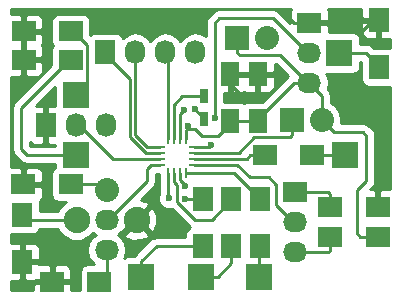
<source format=gtl>
%TF.GenerationSoftware,KiCad,Pcbnew,4.0.4+e1-6308~48~ubuntu16.04.1-stable*%
%TF.CreationDate,2016-10-27T02:57:42-07:00*%
%TF.ProjectId,CY8CMBR2044,435938434D4252323034342E6B696361,rev?*%
%TF.FileFunction,Copper,L1,Top,Signal*%
%FSLAX46Y46*%
G04 Gerber Fmt 4.6, Leading zero omitted, Abs format (unit mm)*
G04 Created by KiCad (PCBNEW 4.0.4+e1-6308~48~ubuntu16.04.1-stable) date Thu Oct 27 02:57:42 2016*
%MOMM*%
%LPD*%
G01*
G04 APERTURE LIST*
%ADD10C,0.100000*%
%ADD11R,1.600000X2.000000*%
%ADD12R,0.750000X1.200000*%
%ADD13R,2.032000X2.032000*%
%ADD14O,2.032000X2.032000*%
%ADD15R,2.235200X2.235200*%
%ADD16R,2.032000X1.727200*%
%ADD17O,2.032000X1.727200*%
%ADD18C,2.235200*%
%ADD19C,2.032000*%
%ADD20R,1.727200X2.032000*%
%ADD21O,1.727200X2.032000*%
%ADD22R,1.700000X2.000000*%
%ADD23R,2.000000X1.700000*%
%ADD24O,0.950000X0.250000*%
%ADD25O,0.250000X0.950000*%
%ADD26C,0.600000*%
%ADD27C,0.250000*%
%ADD28C,0.254000*%
G04 APERTURE END LIST*
D10*
D11*
X152332400Y-101979400D03*
X152332400Y-97979400D03*
X150032400Y-101979400D03*
X150032400Y-97979400D03*
D12*
X147828000Y-99872800D03*
X147828000Y-101772800D03*
D13*
X150622000Y-94894400D03*
D14*
X153162000Y-94894400D03*
D15*
X159258000Y-96189800D03*
D16*
X156718000Y-93649800D03*
D17*
X156718000Y-96189800D03*
X156718000Y-98729800D03*
D15*
X159766000Y-104838500D03*
X152463500Y-115189000D03*
X147574000Y-115189000D03*
X142494000Y-115189000D03*
D18*
X142087600Y-110324900D03*
D19*
X139547600Y-107784900D03*
D17*
X139547600Y-110324900D03*
X139547600Y-112864900D03*
D18*
X137007600Y-110324900D03*
D20*
X139446000Y-96139000D03*
D21*
X141986000Y-96139000D03*
X144526000Y-96139000D03*
X147066000Y-96139000D03*
D15*
X136931400Y-99758500D03*
D20*
X134391400Y-102298500D03*
D21*
X136931400Y-102298500D03*
X139471400Y-102298500D03*
D15*
X136931400Y-104838500D03*
D16*
X155498800Y-107937300D03*
D17*
X155498800Y-110477300D03*
X155498800Y-113017300D03*
D22*
X162610800Y-97409000D03*
X162610800Y-93409000D03*
D23*
X152972000Y-104838500D03*
X156972000Y-104838500D03*
D22*
X152527000Y-108521500D03*
X152527000Y-112521500D03*
X150114000Y-108521500D03*
X150114000Y-112521500D03*
X147701000Y-108521500D03*
X147701000Y-112521500D03*
D23*
X136499600Y-107315000D03*
X132499600Y-107315000D03*
X138938000Y-115570000D03*
X134938000Y-115570000D03*
D22*
X132410200Y-109880400D03*
X132410200Y-113880400D03*
D23*
X136525000Y-94361000D03*
X132525000Y-94361000D03*
X136525000Y-96748600D03*
X132525000Y-96748600D03*
X162496000Y-111760000D03*
X158496000Y-111760000D03*
X158496000Y-109220000D03*
X162496000Y-109220000D03*
D13*
X155244800Y-101904800D03*
D14*
X157784800Y-101904800D03*
D24*
X144050000Y-104150000D03*
X144050000Y-104650000D03*
X144050000Y-105150000D03*
X144050000Y-105650000D03*
D25*
X144750000Y-106350000D03*
X145250000Y-106350000D03*
X145750000Y-106350000D03*
X146250000Y-106350000D03*
D24*
X146950000Y-105650000D03*
X146950000Y-105150000D03*
X146950000Y-104650000D03*
X146950000Y-104150000D03*
D25*
X146250000Y-103450000D03*
X145750000Y-103450000D03*
X145250000Y-103450000D03*
X144750000Y-103450000D03*
D26*
X146400000Y-102400000D03*
X162750000Y-107225000D03*
X134325000Y-113800000D03*
X161100000Y-94375000D03*
X147000000Y-100950000D03*
X151200000Y-99975000D03*
X146175010Y-107469457D03*
X148703002Y-101700001D03*
X148400000Y-104000000D03*
X146196500Y-108521500D03*
X144850000Y-108500000D03*
X146075000Y-101000000D03*
D27*
X146400000Y-102400000D02*
X146400000Y-102575000D01*
X146400000Y-102575000D02*
X146375000Y-102600000D01*
X146250000Y-103450000D02*
X146250000Y-102725000D01*
X146250000Y-102725000D02*
X146375000Y-102600000D01*
X146375000Y-102600000D02*
X147000000Y-102600000D01*
X147000000Y-102600000D02*
X147629400Y-103229400D01*
X147629400Y-103229400D02*
X148982400Y-103229400D01*
X148982400Y-103229400D02*
X150032400Y-102179400D01*
X150032400Y-102179400D02*
X150032400Y-101979400D01*
X157784800Y-101904800D02*
X158800799Y-102920799D01*
X158800799Y-102920799D02*
X161250078Y-102920799D01*
X161533145Y-103203866D02*
X161533145Y-106995557D01*
X161250078Y-102920799D02*
X161533145Y-103203866D01*
X161533145Y-106995557D02*
X160713617Y-107815085D01*
X160713617Y-107815085D02*
X160713617Y-111453784D01*
X160713617Y-111453784D02*
X161019833Y-111760000D01*
X161019833Y-111760000D02*
X162496000Y-111760000D01*
X157784800Y-101904800D02*
X157784800Y-99796600D01*
X157784800Y-99796600D02*
X156718000Y-98729800D01*
X150861600Y-96400000D02*
X154235800Y-96400000D01*
X154235800Y-96400000D02*
X156565600Y-98729800D01*
X150622000Y-94894400D02*
X150622000Y-96160400D01*
X150622000Y-96160400D02*
X150861600Y-96400000D01*
X156565600Y-98729800D02*
X156718000Y-98729800D01*
X156718000Y-98729800D02*
X155382000Y-98729800D01*
X155382000Y-98729800D02*
X152332400Y-101779400D01*
X152332400Y-101779400D02*
X152332400Y-101979400D01*
X150032400Y-101979400D02*
X152332400Y-101979400D01*
X162496000Y-109220000D02*
X162496000Y-107479000D01*
X162496000Y-107479000D02*
X162750000Y-107225000D01*
X132410200Y-113880400D02*
X134244600Y-113880400D01*
X134244600Y-113880400D02*
X134325000Y-113800000D01*
X162610800Y-93409000D02*
X162066000Y-93409000D01*
X162066000Y-93409000D02*
X161100000Y-94375000D01*
X147828000Y-101772800D02*
X147822800Y-101772800D01*
X147822800Y-101772800D02*
X147000000Y-100950000D01*
X150032400Y-97979400D02*
X150032400Y-98807400D01*
X150032400Y-98807400D02*
X151200000Y-99975000D01*
X154700000Y-92897800D02*
X154700000Y-92725000D01*
X156718000Y-93649800D02*
X155452000Y-93649800D01*
X155452000Y-93649800D02*
X154700000Y-92897800D01*
X145750000Y-106350000D02*
X145750000Y-106913590D01*
X146175010Y-107338600D02*
X146175010Y-107469457D01*
X145750000Y-106913590D02*
X146175010Y-107338600D01*
X147828000Y-99872800D02*
X145952200Y-99872800D01*
X145952200Y-99872800D02*
X145250000Y-100575000D01*
X145250000Y-100575000D02*
X145250000Y-102725000D01*
X145250000Y-102725000D02*
X145250000Y-103450000D01*
X146950000Y-104650000D02*
X150725498Y-104650000D01*
X150725498Y-104650000D02*
X152071097Y-103304401D01*
X152071097Y-103304401D02*
X155111199Y-103304401D01*
X155111199Y-103304401D02*
X155244800Y-103170800D01*
X155244800Y-103170800D02*
X155244800Y-101904800D01*
X159258000Y-96189800D02*
X161391600Y-96189800D01*
X161391600Y-96189800D02*
X161422400Y-96159000D01*
X161422400Y-96159000D02*
X161510800Y-96159000D01*
X161510800Y-96159000D02*
X162610800Y-97259000D01*
X162610800Y-97259000D02*
X162610800Y-97409000D01*
X148703002Y-101700001D02*
X148703002Y-101275737D01*
X148703002Y-101275737D02*
X148699351Y-101272086D01*
X148699351Y-101272086D02*
X148699351Y-93649777D01*
X146950000Y-104150000D02*
X148250000Y-104150000D01*
X148250000Y-104150000D02*
X148400000Y-104000000D01*
X146950000Y-104150000D02*
X147300000Y-104150000D01*
X153626799Y-93250999D02*
X156565600Y-96189800D01*
X149098129Y-93250999D02*
X153626799Y-93250999D01*
X148699351Y-93649777D02*
X149098129Y-93250999D01*
X156565600Y-96189800D02*
X156718000Y-96189800D01*
X159766000Y-104838500D02*
X158398400Y-104838500D01*
X158398400Y-104838500D02*
X156972000Y-104838500D01*
X152463500Y-115189000D02*
X152463500Y-112585000D01*
X152463500Y-112585000D02*
X152527000Y-112521500D01*
X147574000Y-115189000D02*
X148941600Y-115189000D01*
X148941600Y-115189000D02*
X150114000Y-114016600D01*
X150114000Y-114016600D02*
X150114000Y-113771500D01*
X150114000Y-113771500D02*
X150114000Y-112521500D01*
X147701000Y-112521500D02*
X143793900Y-112521500D01*
X143793900Y-112521500D02*
X142494000Y-113821400D01*
X142494000Y-113821400D02*
X142494000Y-115189000D01*
X144050000Y-105650000D02*
X143325000Y-105650000D01*
X142975000Y-107049900D02*
X139700000Y-110324900D01*
X139700000Y-110324900D02*
X139547600Y-110324900D01*
X143325000Y-105650000D02*
X142975000Y-106000000D01*
X142975000Y-106000000D02*
X142975000Y-107049900D01*
X139547600Y-112864900D02*
X139547600Y-114960400D01*
X139547600Y-114960400D02*
X138938000Y-115570000D01*
X137007600Y-110324900D02*
X132854700Y-110324900D01*
X132854700Y-110324900D02*
X132410200Y-109880400D01*
X136525000Y-94361000D02*
X136675000Y-94361000D01*
X136675000Y-94361000D02*
X137850001Y-95536001D01*
X137850001Y-95536001D02*
X137850001Y-98839899D01*
X137850001Y-98839899D02*
X136931400Y-99758500D01*
X137213102Y-102300000D02*
X136932900Y-102300000D01*
X136932900Y-102300000D02*
X136931400Y-102298500D01*
X144050000Y-105150000D02*
X140063102Y-105150000D01*
X140063102Y-105150000D02*
X137213102Y-102300000D01*
X132300000Y-104350000D02*
X132788500Y-104838500D01*
X132788500Y-104838500D02*
X136931400Y-104838500D01*
X132300000Y-100823600D02*
X132300000Y-104350000D01*
X136525000Y-96748600D02*
X136375000Y-96748600D01*
X136375000Y-96748600D02*
X132300000Y-100823600D01*
X155498800Y-107937300D02*
X158313300Y-107937300D01*
X158313300Y-107937300D02*
X158496000Y-108120000D01*
X158496000Y-108120000D02*
X158496000Y-109220000D01*
X146950000Y-105650000D02*
X150599121Y-105650000D01*
X150599121Y-105650000D02*
X151666039Y-106716918D01*
X151666039Y-106716918D02*
X153305093Y-106716918D01*
X155346400Y-110477300D02*
X155498800Y-110477300D01*
X153305093Y-106716918D02*
X153927934Y-107339759D01*
X153927934Y-107339759D02*
X153927934Y-109058834D01*
X153927934Y-109058834D02*
X155346400Y-110477300D01*
X155498800Y-113017300D02*
X158338700Y-113017300D01*
X158338700Y-113017300D02*
X158496000Y-112860000D01*
X158496000Y-112860000D02*
X158496000Y-111760000D01*
X152972000Y-104838500D02*
X151722000Y-104838500D01*
X151722000Y-104838500D02*
X151410500Y-105150000D01*
X151410500Y-105150000D02*
X147675000Y-105150000D01*
X147675000Y-105150000D02*
X146950000Y-105150000D01*
X146250000Y-106350000D02*
X150355500Y-106350000D01*
X150355500Y-106350000D02*
X152527000Y-108521500D01*
X147044498Y-110300000D02*
X148485500Y-110300000D01*
X148485500Y-110300000D02*
X150114000Y-108671500D01*
X150114000Y-108671500D02*
X150114000Y-108521500D01*
X145550000Y-107375000D02*
X145550000Y-108805502D01*
X145550000Y-108805502D02*
X147044498Y-110300000D01*
X145250000Y-106350000D02*
X145250000Y-107075000D01*
X145250000Y-107075000D02*
X145550000Y-107375000D01*
X144750000Y-107075000D02*
X144750000Y-108400000D01*
X144750000Y-108400000D02*
X144850000Y-108500000D01*
X146196500Y-108521500D02*
X146601000Y-108521500D01*
X144750000Y-106350000D02*
X144750000Y-107075000D01*
X146601000Y-108521500D02*
X147701000Y-108521500D01*
X136499600Y-107315000D02*
X139077700Y-107315000D01*
X139077700Y-107315000D02*
X139547600Y-107784900D01*
X141535989Y-98381389D02*
X139446000Y-96291400D01*
X139446000Y-96291400D02*
X139446000Y-96139000D01*
X144050000Y-104650000D02*
X142863590Y-104650000D01*
X142863590Y-104650000D02*
X141535989Y-103322400D01*
X141535989Y-103322400D02*
X141535989Y-98381389D01*
X141986000Y-103136000D02*
X141986000Y-96139000D01*
X143000000Y-104150000D02*
X141986000Y-103136000D01*
X144050000Y-104150000D02*
X143000000Y-104150000D01*
X144750000Y-103450000D02*
X144750000Y-96363000D01*
X144750000Y-96363000D02*
X144526000Y-96139000D01*
X145750000Y-103450000D02*
X145750000Y-101325000D01*
X145750000Y-101325000D02*
X146075000Y-101000000D01*
D28*
G36*
X135520952Y-111316371D02*
X136013536Y-111809815D01*
X136657457Y-112077195D01*
X137354684Y-112077803D01*
X137999071Y-111811548D01*
X138377232Y-111434046D01*
X138617966Y-111594900D01*
X138303185Y-111805230D01*
X137978329Y-112291411D01*
X137864255Y-112864900D01*
X137978329Y-113438389D01*
X138303185Y-113924570D01*
X138524668Y-114072560D01*
X137938000Y-114072560D01*
X137702683Y-114116838D01*
X137486559Y-114255910D01*
X137341569Y-114468110D01*
X137290560Y-114720000D01*
X137290560Y-116290000D01*
X136573000Y-116290000D01*
X136573000Y-115855750D01*
X136414250Y-115697000D01*
X135065000Y-115697000D01*
X135065000Y-115717000D01*
X134811000Y-115717000D01*
X134811000Y-115697000D01*
X133461750Y-115697000D01*
X133303000Y-115855750D01*
X133303000Y-116290000D01*
X131460000Y-116290000D01*
X131460000Y-115515400D01*
X132124450Y-115515400D01*
X132283200Y-115356650D01*
X132283200Y-114007400D01*
X132537200Y-114007400D01*
X132537200Y-115356650D01*
X132695950Y-115515400D01*
X133386510Y-115515400D01*
X133561299Y-115443000D01*
X134811000Y-115443000D01*
X134811000Y-114243750D01*
X135065000Y-114243750D01*
X135065000Y-115443000D01*
X136414250Y-115443000D01*
X136573000Y-115284250D01*
X136573000Y-114593690D01*
X136476327Y-114360301D01*
X136297698Y-114181673D01*
X136064309Y-114085000D01*
X135223750Y-114085000D01*
X135065000Y-114243750D01*
X134811000Y-114243750D01*
X134652250Y-114085000D01*
X133814050Y-114085000D01*
X133736450Y-114007400D01*
X132537200Y-114007400D01*
X132283200Y-114007400D01*
X132263200Y-114007400D01*
X132263200Y-113753400D01*
X132283200Y-113753400D01*
X132283200Y-112404150D01*
X132537200Y-112404150D01*
X132537200Y-113753400D01*
X133736450Y-113753400D01*
X133895200Y-113594650D01*
X133895200Y-112754091D01*
X133798527Y-112520702D01*
X133619899Y-112342073D01*
X133386510Y-112245400D01*
X132695950Y-112245400D01*
X132537200Y-112404150D01*
X132283200Y-112404150D01*
X132124450Y-112245400D01*
X131460000Y-112245400D01*
X131460000Y-111507549D01*
X131560200Y-111527840D01*
X133260200Y-111527840D01*
X133495517Y-111483562D01*
X133711641Y-111344490D01*
X133856631Y-111132290D01*
X133866228Y-111084900D01*
X135425310Y-111084900D01*
X135520952Y-111316371D01*
X135520952Y-111316371D01*
G37*
X135520952Y-111316371D02*
X136013536Y-111809815D01*
X136657457Y-112077195D01*
X137354684Y-112077803D01*
X137999071Y-111811548D01*
X138377232Y-111434046D01*
X138617966Y-111594900D01*
X138303185Y-111805230D01*
X137978329Y-112291411D01*
X137864255Y-112864900D01*
X137978329Y-113438389D01*
X138303185Y-113924570D01*
X138524668Y-114072560D01*
X137938000Y-114072560D01*
X137702683Y-114116838D01*
X137486559Y-114255910D01*
X137341569Y-114468110D01*
X137290560Y-114720000D01*
X137290560Y-116290000D01*
X136573000Y-116290000D01*
X136573000Y-115855750D01*
X136414250Y-115697000D01*
X135065000Y-115697000D01*
X135065000Y-115717000D01*
X134811000Y-115717000D01*
X134811000Y-115697000D01*
X133461750Y-115697000D01*
X133303000Y-115855750D01*
X133303000Y-116290000D01*
X131460000Y-116290000D01*
X131460000Y-115515400D01*
X132124450Y-115515400D01*
X132283200Y-115356650D01*
X132283200Y-114007400D01*
X132537200Y-114007400D01*
X132537200Y-115356650D01*
X132695950Y-115515400D01*
X133386510Y-115515400D01*
X133561299Y-115443000D01*
X134811000Y-115443000D01*
X134811000Y-114243750D01*
X135065000Y-114243750D01*
X135065000Y-115443000D01*
X136414250Y-115443000D01*
X136573000Y-115284250D01*
X136573000Y-114593690D01*
X136476327Y-114360301D01*
X136297698Y-114181673D01*
X136064309Y-114085000D01*
X135223750Y-114085000D01*
X135065000Y-114243750D01*
X134811000Y-114243750D01*
X134652250Y-114085000D01*
X133814050Y-114085000D01*
X133736450Y-114007400D01*
X132537200Y-114007400D01*
X132283200Y-114007400D01*
X132263200Y-114007400D01*
X132263200Y-113753400D01*
X132283200Y-113753400D01*
X132283200Y-112404150D01*
X132537200Y-112404150D01*
X132537200Y-113753400D01*
X133736450Y-113753400D01*
X133895200Y-113594650D01*
X133895200Y-112754091D01*
X133798527Y-112520702D01*
X133619899Y-112342073D01*
X133386510Y-112245400D01*
X132695950Y-112245400D01*
X132537200Y-112404150D01*
X132283200Y-112404150D01*
X132124450Y-112245400D01*
X131460000Y-112245400D01*
X131460000Y-111507549D01*
X131560200Y-111527840D01*
X133260200Y-111527840D01*
X133495517Y-111483562D01*
X133711641Y-111344490D01*
X133856631Y-111132290D01*
X133866228Y-111084900D01*
X135425310Y-111084900D01*
X135520952Y-111316371D01*
G36*
X143990000Y-108132972D02*
X143915162Y-108313201D01*
X143914838Y-108685167D01*
X144056883Y-109028943D01*
X144319673Y-109292192D01*
X144663201Y-109434838D01*
X145035167Y-109435162D01*
X145084482Y-109414786D01*
X146507097Y-110837401D01*
X146625471Y-110916496D01*
X146615683Y-110918338D01*
X146399559Y-111057410D01*
X146254569Y-111269610D01*
X146203560Y-111521500D01*
X146203560Y-111761500D01*
X143793900Y-111761500D01*
X143503060Y-111819352D01*
X143256499Y-111984099D01*
X141956599Y-113283999D01*
X141863080Y-113423960D01*
X141376400Y-113423960D01*
X141141083Y-113468238D01*
X141063621Y-113518084D01*
X141116871Y-113438389D01*
X141230945Y-112864900D01*
X141116871Y-112291411D01*
X140792015Y-111805230D01*
X140477234Y-111594900D01*
X140525731Y-111562495D01*
X141029610Y-111562495D01*
X141142668Y-111841554D01*
X141794994Y-112087715D01*
X142491867Y-112065504D01*
X143032532Y-111841554D01*
X143145590Y-111562495D01*
X142087600Y-110504505D01*
X141029610Y-111562495D01*
X140525731Y-111562495D01*
X140792015Y-111384570D01*
X140805252Y-111364759D01*
X140850005Y-111382890D01*
X141907995Y-110324900D01*
X142267205Y-110324900D01*
X143325195Y-111382890D01*
X143604254Y-111269832D01*
X143850415Y-110617506D01*
X143828204Y-109920633D01*
X143604254Y-109379968D01*
X143325195Y-109266910D01*
X142267205Y-110324900D01*
X141907995Y-110324900D01*
X141893853Y-110310758D01*
X142073458Y-110131153D01*
X142087600Y-110145295D01*
X143145590Y-109087305D01*
X143032532Y-108808246D01*
X142494491Y-108605211D01*
X143512401Y-107587301D01*
X143677148Y-107340740D01*
X143688000Y-107286183D01*
X143735000Y-107049900D01*
X143735000Y-106410000D01*
X143990000Y-106410000D01*
X143990000Y-108132972D01*
X143990000Y-108132972D01*
G37*
X143990000Y-108132972D02*
X143915162Y-108313201D01*
X143914838Y-108685167D01*
X144056883Y-109028943D01*
X144319673Y-109292192D01*
X144663201Y-109434838D01*
X145035167Y-109435162D01*
X145084482Y-109414786D01*
X146507097Y-110837401D01*
X146625471Y-110916496D01*
X146615683Y-110918338D01*
X146399559Y-111057410D01*
X146254569Y-111269610D01*
X146203560Y-111521500D01*
X146203560Y-111761500D01*
X143793900Y-111761500D01*
X143503060Y-111819352D01*
X143256499Y-111984099D01*
X141956599Y-113283999D01*
X141863080Y-113423960D01*
X141376400Y-113423960D01*
X141141083Y-113468238D01*
X141063621Y-113518084D01*
X141116871Y-113438389D01*
X141230945Y-112864900D01*
X141116871Y-112291411D01*
X140792015Y-111805230D01*
X140477234Y-111594900D01*
X140525731Y-111562495D01*
X141029610Y-111562495D01*
X141142668Y-111841554D01*
X141794994Y-112087715D01*
X142491867Y-112065504D01*
X143032532Y-111841554D01*
X143145590Y-111562495D01*
X142087600Y-110504505D01*
X141029610Y-111562495D01*
X140525731Y-111562495D01*
X140792015Y-111384570D01*
X140805252Y-111364759D01*
X140850005Y-111382890D01*
X141907995Y-110324900D01*
X142267205Y-110324900D01*
X143325195Y-111382890D01*
X143604254Y-111269832D01*
X143850415Y-110617506D01*
X143828204Y-109920633D01*
X143604254Y-109379968D01*
X143325195Y-109266910D01*
X142267205Y-110324900D01*
X141907995Y-110324900D01*
X141893853Y-110310758D01*
X142073458Y-110131153D01*
X142087600Y-110145295D01*
X143145590Y-109087305D01*
X143032532Y-108808246D01*
X142494491Y-108605211D01*
X143512401Y-107587301D01*
X143677148Y-107340740D01*
X143688000Y-107286183D01*
X143735000Y-107049900D01*
X143735000Y-106410000D01*
X143990000Y-106410000D01*
X143990000Y-108132972D01*
G36*
X155067000Y-92659890D02*
X155067000Y-93364050D01*
X155225748Y-93522798D01*
X155067000Y-93522798D01*
X155067000Y-93616398D01*
X154164200Y-92713598D01*
X153917638Y-92548851D01*
X153626799Y-92490999D01*
X149098129Y-92490999D01*
X148807289Y-92548851D01*
X148560728Y-92713598D01*
X148161950Y-93112376D01*
X147997203Y-93358938D01*
X147939351Y-93649777D01*
X147939351Y-94770091D01*
X147639489Y-94569729D01*
X147066000Y-94455655D01*
X146492511Y-94569729D01*
X146006330Y-94894585D01*
X145796000Y-95209366D01*
X145585670Y-94894585D01*
X145099489Y-94569729D01*
X144526000Y-94455655D01*
X143952511Y-94569729D01*
X143466330Y-94894585D01*
X143256000Y-95209366D01*
X143045670Y-94894585D01*
X142559489Y-94569729D01*
X141986000Y-94455655D01*
X141412511Y-94569729D01*
X140926330Y-94894585D01*
X140916757Y-94908913D01*
X140912762Y-94887683D01*
X140773690Y-94671559D01*
X140561490Y-94526569D01*
X140309600Y-94475560D01*
X138582400Y-94475560D01*
X138347083Y-94519838D01*
X138172440Y-94632218D01*
X138172440Y-93511000D01*
X138128162Y-93275683D01*
X137989090Y-93059559D01*
X137776890Y-92914569D01*
X137525000Y-92863560D01*
X135525000Y-92863560D01*
X135289683Y-92907838D01*
X135073559Y-93046910D01*
X134928569Y-93259110D01*
X134877560Y-93511000D01*
X134877560Y-95211000D01*
X134921838Y-95446317D01*
X134991511Y-95554592D01*
X134928569Y-95646710D01*
X134877560Y-95898600D01*
X134877560Y-97171238D01*
X131762599Y-100286199D01*
X131597852Y-100532761D01*
X131540000Y-100823600D01*
X131540000Y-104350000D01*
X131597852Y-104640839D01*
X131762599Y-104887401D01*
X132251099Y-105375901D01*
X132497660Y-105540648D01*
X132788500Y-105598500D01*
X135166360Y-105598500D01*
X135166360Y-105924850D01*
X135048159Y-106000910D01*
X134903169Y-106213110D01*
X134852160Y-106465000D01*
X134852160Y-108165000D01*
X134896438Y-108400317D01*
X135035510Y-108616441D01*
X135247710Y-108761431D01*
X135499600Y-108812440D01*
X136078599Y-108812440D01*
X136016129Y-108838252D01*
X135522685Y-109330836D01*
X135425493Y-109564900D01*
X133907640Y-109564900D01*
X133907640Y-108880400D01*
X133871942Y-108690683D01*
X134037927Y-108524699D01*
X134134600Y-108291310D01*
X134134600Y-107600750D01*
X133975850Y-107442000D01*
X132626600Y-107442000D01*
X132626600Y-107462000D01*
X132372600Y-107462000D01*
X132372600Y-107442000D01*
X132352600Y-107442000D01*
X132352600Y-107188000D01*
X132372600Y-107188000D01*
X132372600Y-105988750D01*
X132626600Y-105988750D01*
X132626600Y-107188000D01*
X133975850Y-107188000D01*
X134134600Y-107029250D01*
X134134600Y-106338690D01*
X134037927Y-106105301D01*
X133859298Y-105926673D01*
X133625909Y-105830000D01*
X132785350Y-105830000D01*
X132626600Y-105988750D01*
X132372600Y-105988750D01*
X132213850Y-105830000D01*
X131460000Y-105830000D01*
X131460000Y-98233600D01*
X132239250Y-98233600D01*
X132398000Y-98074850D01*
X132398000Y-96875600D01*
X132652000Y-96875600D01*
X132652000Y-98074850D01*
X132810750Y-98233600D01*
X133651309Y-98233600D01*
X133884698Y-98136927D01*
X134063327Y-97958299D01*
X134160000Y-97724910D01*
X134160000Y-97034350D01*
X134001250Y-96875600D01*
X132652000Y-96875600D01*
X132398000Y-96875600D01*
X132378000Y-96875600D01*
X132378000Y-96621600D01*
X132398000Y-96621600D01*
X132398000Y-94488000D01*
X132652000Y-94488000D01*
X132652000Y-96621600D01*
X134001250Y-96621600D01*
X134160000Y-96462850D01*
X134160000Y-95772290D01*
X134069913Y-95554800D01*
X134160000Y-95337310D01*
X134160000Y-94646750D01*
X134001250Y-94488000D01*
X132652000Y-94488000D01*
X132398000Y-94488000D01*
X132378000Y-94488000D01*
X132378000Y-94234000D01*
X132398000Y-94234000D01*
X132398000Y-93034750D01*
X132652000Y-93034750D01*
X132652000Y-94234000D01*
X134001250Y-94234000D01*
X134160000Y-94075250D01*
X134160000Y-93384690D01*
X134063327Y-93151301D01*
X133884698Y-92972673D01*
X133651309Y-92876000D01*
X132810750Y-92876000D01*
X132652000Y-93034750D01*
X132398000Y-93034750D01*
X132239250Y-92876000D01*
X131460000Y-92876000D01*
X131460000Y-92460000D01*
X155149797Y-92460000D01*
X155067000Y-92659890D01*
X155067000Y-92659890D01*
G37*
X155067000Y-92659890D02*
X155067000Y-93364050D01*
X155225748Y-93522798D01*
X155067000Y-93522798D01*
X155067000Y-93616398D01*
X154164200Y-92713598D01*
X153917638Y-92548851D01*
X153626799Y-92490999D01*
X149098129Y-92490999D01*
X148807289Y-92548851D01*
X148560728Y-92713598D01*
X148161950Y-93112376D01*
X147997203Y-93358938D01*
X147939351Y-93649777D01*
X147939351Y-94770091D01*
X147639489Y-94569729D01*
X147066000Y-94455655D01*
X146492511Y-94569729D01*
X146006330Y-94894585D01*
X145796000Y-95209366D01*
X145585670Y-94894585D01*
X145099489Y-94569729D01*
X144526000Y-94455655D01*
X143952511Y-94569729D01*
X143466330Y-94894585D01*
X143256000Y-95209366D01*
X143045670Y-94894585D01*
X142559489Y-94569729D01*
X141986000Y-94455655D01*
X141412511Y-94569729D01*
X140926330Y-94894585D01*
X140916757Y-94908913D01*
X140912762Y-94887683D01*
X140773690Y-94671559D01*
X140561490Y-94526569D01*
X140309600Y-94475560D01*
X138582400Y-94475560D01*
X138347083Y-94519838D01*
X138172440Y-94632218D01*
X138172440Y-93511000D01*
X138128162Y-93275683D01*
X137989090Y-93059559D01*
X137776890Y-92914569D01*
X137525000Y-92863560D01*
X135525000Y-92863560D01*
X135289683Y-92907838D01*
X135073559Y-93046910D01*
X134928569Y-93259110D01*
X134877560Y-93511000D01*
X134877560Y-95211000D01*
X134921838Y-95446317D01*
X134991511Y-95554592D01*
X134928569Y-95646710D01*
X134877560Y-95898600D01*
X134877560Y-97171238D01*
X131762599Y-100286199D01*
X131597852Y-100532761D01*
X131540000Y-100823600D01*
X131540000Y-104350000D01*
X131597852Y-104640839D01*
X131762599Y-104887401D01*
X132251099Y-105375901D01*
X132497660Y-105540648D01*
X132788500Y-105598500D01*
X135166360Y-105598500D01*
X135166360Y-105924850D01*
X135048159Y-106000910D01*
X134903169Y-106213110D01*
X134852160Y-106465000D01*
X134852160Y-108165000D01*
X134896438Y-108400317D01*
X135035510Y-108616441D01*
X135247710Y-108761431D01*
X135499600Y-108812440D01*
X136078599Y-108812440D01*
X136016129Y-108838252D01*
X135522685Y-109330836D01*
X135425493Y-109564900D01*
X133907640Y-109564900D01*
X133907640Y-108880400D01*
X133871942Y-108690683D01*
X134037927Y-108524699D01*
X134134600Y-108291310D01*
X134134600Y-107600750D01*
X133975850Y-107442000D01*
X132626600Y-107442000D01*
X132626600Y-107462000D01*
X132372600Y-107462000D01*
X132372600Y-107442000D01*
X132352600Y-107442000D01*
X132352600Y-107188000D01*
X132372600Y-107188000D01*
X132372600Y-105988750D01*
X132626600Y-105988750D01*
X132626600Y-107188000D01*
X133975850Y-107188000D01*
X134134600Y-107029250D01*
X134134600Y-106338690D01*
X134037927Y-106105301D01*
X133859298Y-105926673D01*
X133625909Y-105830000D01*
X132785350Y-105830000D01*
X132626600Y-105988750D01*
X132372600Y-105988750D01*
X132213850Y-105830000D01*
X131460000Y-105830000D01*
X131460000Y-98233600D01*
X132239250Y-98233600D01*
X132398000Y-98074850D01*
X132398000Y-96875600D01*
X132652000Y-96875600D01*
X132652000Y-98074850D01*
X132810750Y-98233600D01*
X133651309Y-98233600D01*
X133884698Y-98136927D01*
X134063327Y-97958299D01*
X134160000Y-97724910D01*
X134160000Y-97034350D01*
X134001250Y-96875600D01*
X132652000Y-96875600D01*
X132398000Y-96875600D01*
X132378000Y-96875600D01*
X132378000Y-96621600D01*
X132398000Y-96621600D01*
X132398000Y-94488000D01*
X132652000Y-94488000D01*
X132652000Y-96621600D01*
X134001250Y-96621600D01*
X134160000Y-96462850D01*
X134160000Y-95772290D01*
X134069913Y-95554800D01*
X134160000Y-95337310D01*
X134160000Y-94646750D01*
X134001250Y-94488000D01*
X132652000Y-94488000D01*
X132398000Y-94488000D01*
X132378000Y-94488000D01*
X132378000Y-94234000D01*
X132398000Y-94234000D01*
X132398000Y-93034750D01*
X132652000Y-93034750D01*
X132652000Y-94234000D01*
X134001250Y-94234000D01*
X134160000Y-94075250D01*
X134160000Y-93384690D01*
X134063327Y-93151301D01*
X133884698Y-92972673D01*
X133651309Y-92876000D01*
X132810750Y-92876000D01*
X132652000Y-93034750D01*
X132398000Y-93034750D01*
X132239250Y-92876000D01*
X131460000Y-92876000D01*
X131460000Y-92460000D01*
X155149797Y-92460000D01*
X155067000Y-92659890D01*
G36*
X161113360Y-98409000D02*
X161157638Y-98644317D01*
X161296710Y-98860441D01*
X161508910Y-99005431D01*
X161760800Y-99056440D01*
X163460800Y-99056440D01*
X163540000Y-99041537D01*
X163540000Y-107735000D01*
X162781750Y-107735000D01*
X162623000Y-107893750D01*
X162623000Y-109093000D01*
X162643000Y-109093000D01*
X162643000Y-109347000D01*
X162623000Y-109347000D01*
X162623000Y-109367000D01*
X162369000Y-109367000D01*
X162369000Y-109347000D01*
X162349000Y-109347000D01*
X162349000Y-109093000D01*
X162369000Y-109093000D01*
X162369000Y-107893750D01*
X162210250Y-107735000D01*
X161868504Y-107735000D01*
X162070546Y-107532958D01*
X162235293Y-107286396D01*
X162293145Y-106995557D01*
X162293145Y-103203866D01*
X162279924Y-103137401D01*
X162235293Y-102913026D01*
X162070546Y-102666465D01*
X161787479Y-102383398D01*
X161540917Y-102218651D01*
X161250078Y-102160799D01*
X159391312Y-102160799D01*
X159435800Y-101937145D01*
X159435800Y-101872455D01*
X159310125Y-101240645D01*
X158952233Y-100705022D01*
X158544800Y-100432784D01*
X158544800Y-99796600D01*
X158486948Y-99505761D01*
X158322201Y-99259199D01*
X158300381Y-99237379D01*
X158401345Y-98729800D01*
X158287271Y-98156311D01*
X158152652Y-97954840D01*
X160375600Y-97954840D01*
X160610917Y-97910562D01*
X160827041Y-97771490D01*
X160972031Y-97559290D01*
X161023040Y-97307400D01*
X161023040Y-96949800D01*
X161113360Y-96949800D01*
X161113360Y-98409000D01*
X161113360Y-98409000D01*
G37*
X161113360Y-98409000D02*
X161157638Y-98644317D01*
X161296710Y-98860441D01*
X161508910Y-99005431D01*
X161760800Y-99056440D01*
X163460800Y-99056440D01*
X163540000Y-99041537D01*
X163540000Y-107735000D01*
X162781750Y-107735000D01*
X162623000Y-107893750D01*
X162623000Y-109093000D01*
X162643000Y-109093000D01*
X162643000Y-109347000D01*
X162623000Y-109347000D01*
X162623000Y-109367000D01*
X162369000Y-109367000D01*
X162369000Y-109347000D01*
X162349000Y-109347000D01*
X162349000Y-109093000D01*
X162369000Y-109093000D01*
X162369000Y-107893750D01*
X162210250Y-107735000D01*
X161868504Y-107735000D01*
X162070546Y-107532958D01*
X162235293Y-107286396D01*
X162293145Y-106995557D01*
X162293145Y-103203866D01*
X162279924Y-103137401D01*
X162235293Y-102913026D01*
X162070546Y-102666465D01*
X161787479Y-102383398D01*
X161540917Y-102218651D01*
X161250078Y-102160799D01*
X159391312Y-102160799D01*
X159435800Y-101937145D01*
X159435800Y-101872455D01*
X159310125Y-101240645D01*
X158952233Y-100705022D01*
X158544800Y-100432784D01*
X158544800Y-99796600D01*
X158486948Y-99505761D01*
X158322201Y-99259199D01*
X158300381Y-99237379D01*
X158401345Y-98729800D01*
X158287271Y-98156311D01*
X158152652Y-97954840D01*
X160375600Y-97954840D01*
X160610917Y-97910562D01*
X160827041Y-97771490D01*
X160972031Y-97559290D01*
X161023040Y-97307400D01*
X161023040Y-96949800D01*
X161113360Y-96949800D01*
X161113360Y-98409000D01*
G36*
X135166360Y-100647500D02*
X134677150Y-100647500D01*
X134518400Y-100806250D01*
X134518400Y-102171500D01*
X134538400Y-102171500D01*
X134538400Y-102425500D01*
X134518400Y-102425500D01*
X134518400Y-103790750D01*
X134677150Y-103949500D01*
X135166360Y-103949500D01*
X135166360Y-104078500D01*
X133103302Y-104078500D01*
X133060000Y-104035198D01*
X133060000Y-103744725D01*
X133168101Y-103852827D01*
X133401490Y-103949500D01*
X134105650Y-103949500D01*
X134264400Y-103790750D01*
X134264400Y-102425500D01*
X134244400Y-102425500D01*
X134244400Y-102171500D01*
X134264400Y-102171500D01*
X134264400Y-100806250D01*
X134105650Y-100647500D01*
X133550902Y-100647500D01*
X135166360Y-99032042D01*
X135166360Y-100647500D01*
X135166360Y-100647500D01*
G37*
X135166360Y-100647500D02*
X134677150Y-100647500D01*
X134518400Y-100806250D01*
X134518400Y-102171500D01*
X134538400Y-102171500D01*
X134538400Y-102425500D01*
X134518400Y-102425500D01*
X134518400Y-103790750D01*
X134677150Y-103949500D01*
X135166360Y-103949500D01*
X135166360Y-104078500D01*
X133103302Y-104078500D01*
X133060000Y-104035198D01*
X133060000Y-103744725D01*
X133168101Y-103852827D01*
X133401490Y-103949500D01*
X134105650Y-103949500D01*
X134264400Y-103790750D01*
X134264400Y-102425500D01*
X134244400Y-102425500D01*
X134244400Y-102171500D01*
X134264400Y-102171500D01*
X134264400Y-100806250D01*
X134105650Y-100647500D01*
X133550902Y-100647500D01*
X135166360Y-99032042D01*
X135166360Y-100647500D01*
G36*
X154909819Y-98148821D02*
X154844599Y-98192399D01*
X152705038Y-100331960D01*
X151532400Y-100331960D01*
X151297083Y-100376238D01*
X151182422Y-100450020D01*
X151084290Y-100382969D01*
X150832400Y-100331960D01*
X149459351Y-100331960D01*
X149459351Y-99614400D01*
X149746650Y-99614400D01*
X149905400Y-99455650D01*
X149905400Y-98106400D01*
X150159400Y-98106400D01*
X150159400Y-99455650D01*
X150318150Y-99614400D01*
X150958710Y-99614400D01*
X151182400Y-99521744D01*
X151406090Y-99614400D01*
X152046650Y-99614400D01*
X152205400Y-99455650D01*
X152205400Y-98106400D01*
X152459400Y-98106400D01*
X152459400Y-99455650D01*
X152618150Y-99614400D01*
X153258710Y-99614400D01*
X153492099Y-99517727D01*
X153670727Y-99339098D01*
X153767400Y-99105709D01*
X153767400Y-98265150D01*
X153608650Y-98106400D01*
X152459400Y-98106400D01*
X152205400Y-98106400D01*
X150159400Y-98106400D01*
X149905400Y-98106400D01*
X149885400Y-98106400D01*
X149885400Y-97852400D01*
X149905400Y-97852400D01*
X149905400Y-97832400D01*
X150159400Y-97832400D01*
X150159400Y-97852400D01*
X152205400Y-97852400D01*
X152205400Y-97832400D01*
X152459400Y-97832400D01*
X152459400Y-97852400D01*
X153608650Y-97852400D01*
X153767400Y-97693650D01*
X153767400Y-97160000D01*
X153920998Y-97160000D01*
X154909819Y-98148821D01*
X154909819Y-98148821D01*
G37*
X154909819Y-98148821D02*
X154844599Y-98192399D01*
X152705038Y-100331960D01*
X151532400Y-100331960D01*
X151297083Y-100376238D01*
X151182422Y-100450020D01*
X151084290Y-100382969D01*
X150832400Y-100331960D01*
X149459351Y-100331960D01*
X149459351Y-99614400D01*
X149746650Y-99614400D01*
X149905400Y-99455650D01*
X149905400Y-98106400D01*
X150159400Y-98106400D01*
X150159400Y-99455650D01*
X150318150Y-99614400D01*
X150958710Y-99614400D01*
X151182400Y-99521744D01*
X151406090Y-99614400D01*
X152046650Y-99614400D01*
X152205400Y-99455650D01*
X152205400Y-98106400D01*
X152459400Y-98106400D01*
X152459400Y-99455650D01*
X152618150Y-99614400D01*
X153258710Y-99614400D01*
X153492099Y-99517727D01*
X153670727Y-99339098D01*
X153767400Y-99105709D01*
X153767400Y-98265150D01*
X153608650Y-98106400D01*
X152459400Y-98106400D01*
X152205400Y-98106400D01*
X150159400Y-98106400D01*
X149905400Y-98106400D01*
X149885400Y-98106400D01*
X149885400Y-97852400D01*
X149905400Y-97852400D01*
X149905400Y-97832400D01*
X150159400Y-97832400D01*
X150159400Y-97852400D01*
X152205400Y-97852400D01*
X152205400Y-97832400D01*
X152459400Y-97832400D01*
X152459400Y-97852400D01*
X153608650Y-97852400D01*
X153767400Y-97693650D01*
X153767400Y-97160000D01*
X153920998Y-97160000D01*
X154909819Y-98148821D01*
G36*
X161125800Y-93123250D02*
X161284550Y-93282000D01*
X162483800Y-93282000D01*
X162483800Y-93262000D01*
X162737800Y-93262000D01*
X162737800Y-93282000D01*
X162757800Y-93282000D01*
X162757800Y-93536000D01*
X162737800Y-93536000D01*
X162737800Y-94885250D01*
X162896550Y-95044000D01*
X163540000Y-95044000D01*
X163540000Y-95777598D01*
X163460800Y-95761560D01*
X162188162Y-95761560D01*
X162048201Y-95621599D01*
X161801639Y-95456852D01*
X161510800Y-95399000D01*
X161422400Y-95399000D01*
X161267559Y-95429800D01*
X161023040Y-95429800D01*
X161023040Y-95072200D01*
X160978762Y-94836883D01*
X160839690Y-94620759D01*
X160627490Y-94475769D01*
X160375600Y-94424760D01*
X158369000Y-94424760D01*
X158369000Y-93935550D01*
X158210250Y-93776800D01*
X156845000Y-93776800D01*
X156845000Y-93796800D01*
X156591000Y-93796800D01*
X156591000Y-93776800D01*
X156571000Y-93776800D01*
X156571000Y-93694750D01*
X161125800Y-93694750D01*
X161125800Y-94535309D01*
X161222473Y-94768698D01*
X161401101Y-94947327D01*
X161634490Y-95044000D01*
X162325050Y-95044000D01*
X162483800Y-94885250D01*
X162483800Y-93536000D01*
X161284550Y-93536000D01*
X161125800Y-93694750D01*
X156571000Y-93694750D01*
X156571000Y-93522800D01*
X156591000Y-93522800D01*
X156591000Y-93502800D01*
X156845000Y-93502800D01*
X156845000Y-93522800D01*
X158210250Y-93522800D01*
X158369000Y-93364050D01*
X158369000Y-92659890D01*
X158286203Y-92460000D01*
X161125800Y-92460000D01*
X161125800Y-93123250D01*
X161125800Y-93123250D01*
G37*
X161125800Y-93123250D02*
X161284550Y-93282000D01*
X162483800Y-93282000D01*
X162483800Y-93262000D01*
X162737800Y-93262000D01*
X162737800Y-93282000D01*
X162757800Y-93282000D01*
X162757800Y-93536000D01*
X162737800Y-93536000D01*
X162737800Y-94885250D01*
X162896550Y-95044000D01*
X163540000Y-95044000D01*
X163540000Y-95777598D01*
X163460800Y-95761560D01*
X162188162Y-95761560D01*
X162048201Y-95621599D01*
X161801639Y-95456852D01*
X161510800Y-95399000D01*
X161422400Y-95399000D01*
X161267559Y-95429800D01*
X161023040Y-95429800D01*
X161023040Y-95072200D01*
X160978762Y-94836883D01*
X160839690Y-94620759D01*
X160627490Y-94475769D01*
X160375600Y-94424760D01*
X158369000Y-94424760D01*
X158369000Y-93935550D01*
X158210250Y-93776800D01*
X156845000Y-93776800D01*
X156845000Y-93796800D01*
X156591000Y-93796800D01*
X156591000Y-93776800D01*
X156571000Y-93776800D01*
X156571000Y-93694750D01*
X161125800Y-93694750D01*
X161125800Y-94535309D01*
X161222473Y-94768698D01*
X161401101Y-94947327D01*
X161634490Y-95044000D01*
X162325050Y-95044000D01*
X162483800Y-94885250D01*
X162483800Y-93536000D01*
X161284550Y-93536000D01*
X161125800Y-93694750D01*
X156571000Y-93694750D01*
X156571000Y-93522800D01*
X156591000Y-93522800D01*
X156591000Y-93502800D01*
X156845000Y-93502800D01*
X156845000Y-93522800D01*
X158210250Y-93522800D01*
X158369000Y-93364050D01*
X158369000Y-92659890D01*
X158286203Y-92460000D01*
X161125800Y-92460000D01*
X161125800Y-93123250D01*
G36*
X153289000Y-94767400D02*
X153309000Y-94767400D01*
X153309000Y-95021400D01*
X153289000Y-95021400D01*
X153289000Y-95041400D01*
X153035000Y-95041400D01*
X153035000Y-95021400D01*
X153015000Y-95021400D01*
X153015000Y-94767400D01*
X153035000Y-94767400D01*
X153035000Y-94747400D01*
X153289000Y-94747400D01*
X153289000Y-94767400D01*
X153289000Y-94767400D01*
G37*
X153289000Y-94767400D02*
X153309000Y-94767400D01*
X153309000Y-95021400D01*
X153289000Y-95021400D01*
X153289000Y-95041400D01*
X153035000Y-95041400D01*
X153035000Y-95021400D01*
X153015000Y-95021400D01*
X153015000Y-94767400D01*
X153035000Y-94767400D01*
X153035000Y-94747400D01*
X153289000Y-94747400D01*
X153289000Y-94767400D01*
M02*

</source>
